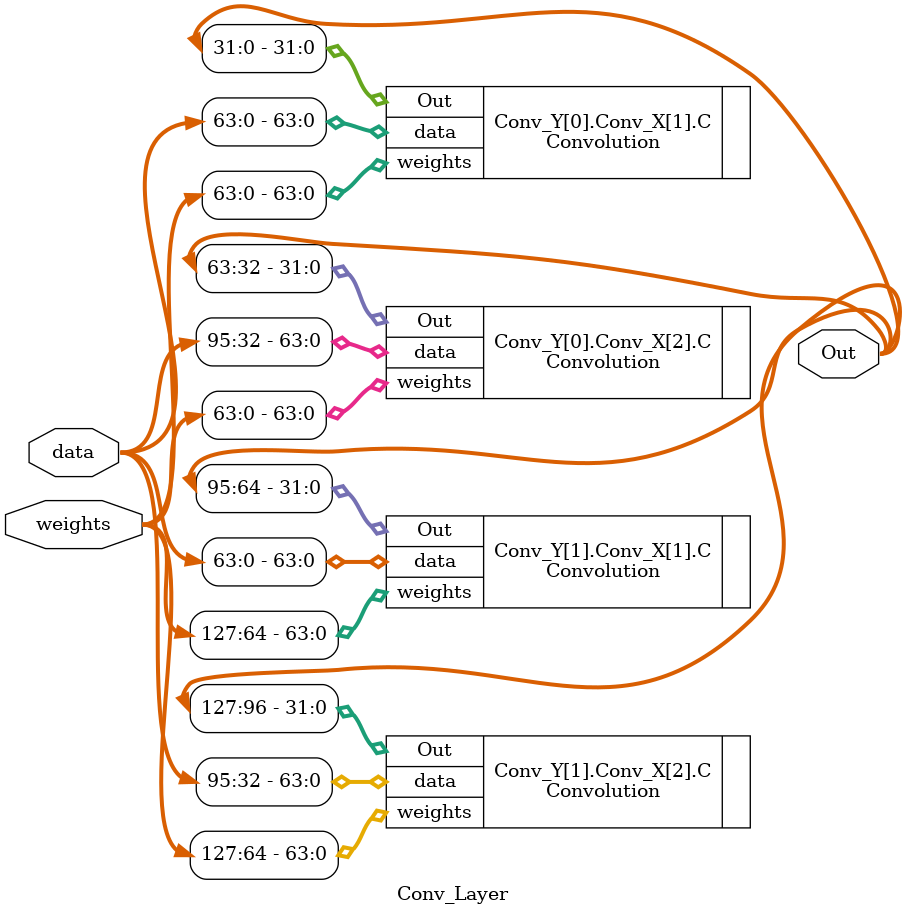
<source format=v>
`timescale 1ns / 1ps

module Conv_Layer#(parameter n_inputs = 2, size = 32, windows=2, filters=2,DP=4)(
        input [size*n_inputs*filters-1:0] weights,
        input [size*n_inputs/2*(windows+1)-1:0] data,
        output   [size*windows*filters-1:0]  Out );
genvar i;
genvar j;
generate 
for(i=0; i<filters; i = i+1)begin : Conv_Y
    for(j=1; j<=windows; j = j+1)begin :Conv_X
        Convolution#(.size(size),.n_inputs(n_inputs),.DP(DP)) C(
            .weights(weights[size*n_inputs*i+:size*n_inputs]),
            .data (data[size*n_inputs/2*(j+1)-1-:size*n_inputs] ),
            .Out    (Out[(i*windows+(j-1))*size+:size])
            );
    end
    end
endgenerate   
endmodule

</source>
